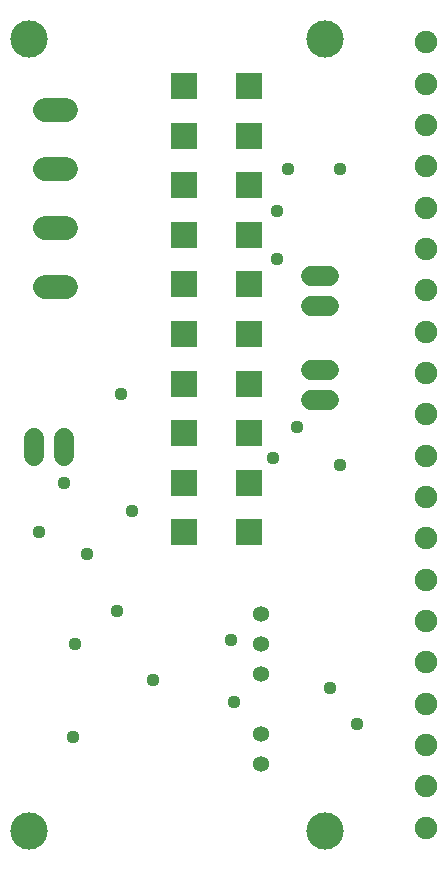
<source format=gbs>
G75*
%MOIN*%
%OFA0B0*%
%FSLAX25Y25*%
%IPPOS*%
%LPD*%
%AMOC8*
5,1,8,0,0,1.08239X$1,22.5*
%
%ADD10C,0.12414*%
%ADD11C,0.06800*%
%ADD12C,0.07850*%
%ADD13R,0.09068X0.09068*%
%ADD14C,0.05359*%
%ADD15C,0.07493*%
%ADD16C,0.04369*%
D10*
X0011643Y0013954D03*
X0110068Y0013954D03*
X0110068Y0277734D03*
X0011643Y0277734D03*
D11*
X0013257Y0144966D02*
X0013257Y0138966D01*
X0023257Y0138966D02*
X0023257Y0144966D01*
X0105599Y0157403D02*
X0111599Y0157403D01*
X0111599Y0167403D02*
X0105599Y0167403D01*
X0105599Y0188899D02*
X0111599Y0188899D01*
X0111599Y0198899D02*
X0105599Y0198899D01*
D12*
X0023947Y0195056D02*
X0016897Y0195056D01*
X0016897Y0214741D02*
X0023947Y0214741D01*
X0023947Y0234427D02*
X0016897Y0234427D01*
X0016897Y0254112D02*
X0023947Y0254112D01*
D13*
X0063347Y0262206D03*
X0063347Y0245671D03*
X0063347Y0229135D03*
X0063347Y0212600D03*
X0063347Y0196064D03*
X0063347Y0179529D03*
X0063347Y0162993D03*
X0063347Y0146458D03*
X0063347Y0129923D03*
X0063347Y0113387D03*
X0085001Y0113387D03*
X0085001Y0129923D03*
X0085001Y0146458D03*
X0085001Y0162993D03*
X0085001Y0179529D03*
X0085001Y0196064D03*
X0085001Y0212600D03*
X0085001Y0229135D03*
X0085001Y0245671D03*
X0085001Y0262206D03*
D14*
X0088989Y0086316D03*
X0088989Y0076316D03*
X0088989Y0066316D03*
X0088989Y0046316D03*
X0088989Y0036316D03*
D15*
X0143926Y0042497D03*
X0143926Y0028718D03*
X0143926Y0014938D03*
X0143926Y0056277D03*
X0143926Y0070056D03*
X0143926Y0083836D03*
X0143926Y0097615D03*
X0143926Y0111395D03*
X0143926Y0125175D03*
X0143926Y0138954D03*
X0143926Y0152734D03*
X0143926Y0166513D03*
X0143926Y0180293D03*
X0143926Y0194072D03*
X0143926Y0207852D03*
X0143926Y0221631D03*
X0143926Y0235411D03*
X0143926Y0249190D03*
X0143926Y0262970D03*
X0143926Y0276749D03*
D16*
X0115300Y0234364D03*
X0097800Y0234612D03*
X0094300Y0220612D03*
X0094300Y0204612D03*
X0100800Y0148612D03*
X0092800Y0138112D03*
X0115300Y0135864D03*
X0078800Y0077364D03*
X0079800Y0056864D03*
X0052800Y0064112D03*
X0040800Y0087112D03*
X0030800Y0106112D03*
X0023300Y0129989D03*
X0014800Y0113612D03*
X0026800Y0076112D03*
X0026300Y0045112D03*
X0045800Y0120489D03*
X0042300Y0159615D03*
X0111800Y0061364D03*
X0120800Y0049364D03*
M02*

</source>
